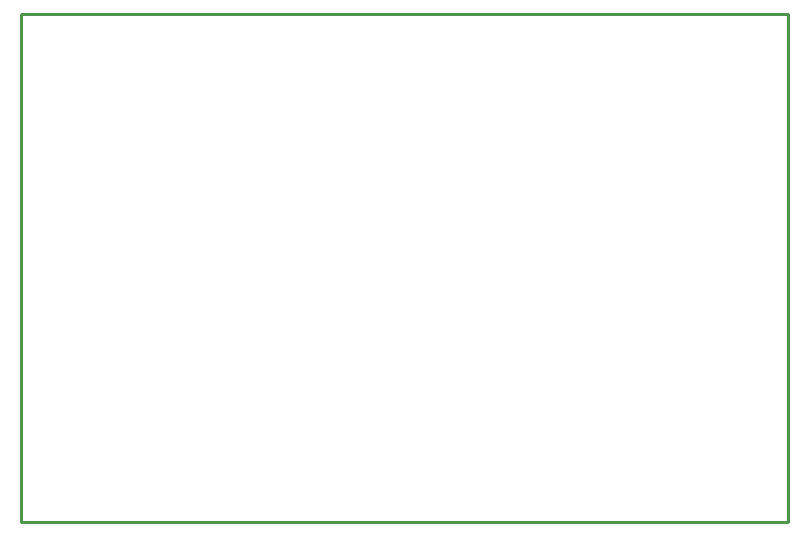
<source format=gko>
G04 Layer: BoardOutlineLayer*
G04 EasyEDA v6.5.23, 2023-05-02 12:46:33*
G04 Gerber Generator version 0.2*
G04 Scale: 100 percent, Rotated: No, Reflected: No *
G04 Dimensions in millimeters *
G04 leading zeros omitted , absolute positions ,4 integer and 5 decimal *
%FSLAX45Y45*%
%MOMM*%

%ADD10C,0.2540*%
D10*
X699998Y9999979D02*
G01*
X7199985Y9999979D01*
X7199985Y5699988D01*
X699998Y5699988D01*
X699998Y9999979D01*

%LPD*%
M02*

</source>
